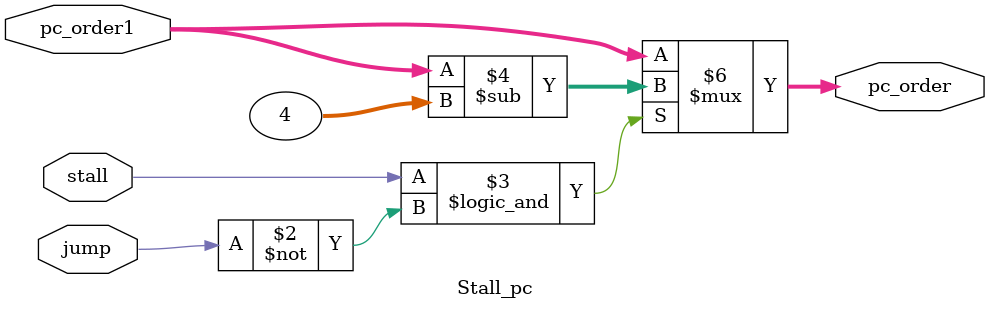
<source format=v>
`timescale 1ns / 1ps


module Stall_pc(
    input [31:0] pc_order1,
    input stall,
    input jump,
    output reg [31:0]pc_order
    );
    always@(*)
    begin
    if(stall && ~jump)pc_order <= pc_order1-4;
    else pc_order <= pc_order1;
    end
endmodule

</source>
